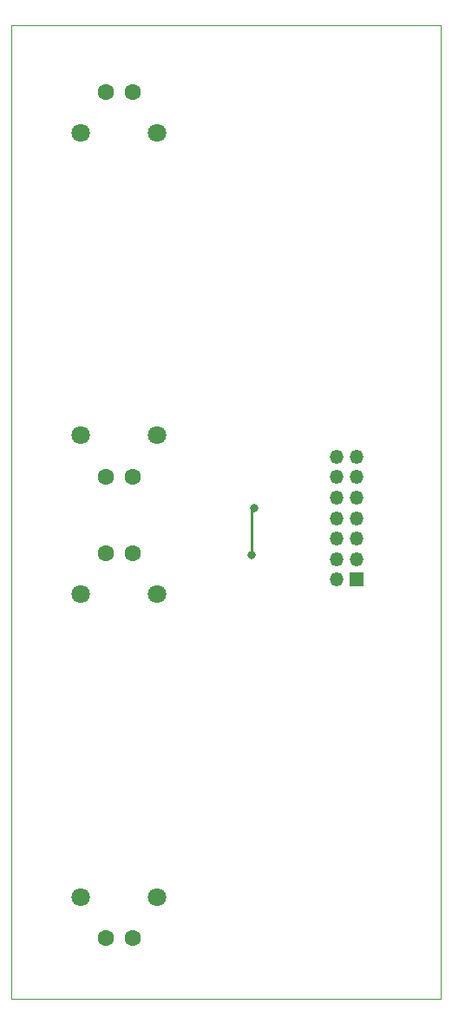
<source format=gbr>
%TF.GenerationSoftware,KiCad,Pcbnew,(6.0.6)*%
%TF.CreationDate,2023-01-26T13:55:41-05:00*%
%TF.ProjectId,TURFIO_RACK_Flex_PCB_Breakout,54555246-494f-45f5-9241-434b5f466c65,rev?*%
%TF.SameCoordinates,Original*%
%TF.FileFunction,Copper,L2,Bot*%
%TF.FilePolarity,Positive*%
%FSLAX46Y46*%
G04 Gerber Fmt 4.6, Leading zero omitted, Abs format (unit mm)*
G04 Created by KiCad (PCBNEW (6.0.6)) date 2023-01-26 13:55:41*
%MOMM*%
%LPD*%
G01*
G04 APERTURE LIST*
%TA.AperFunction,Profile*%
%ADD10C,0.100000*%
%TD*%
%TA.AperFunction,ComponentPad*%
%ADD11C,1.803400*%
%TD*%
%TA.AperFunction,ComponentPad*%
%ADD12C,1.600200*%
%TD*%
%TA.AperFunction,ComponentPad*%
%ADD13R,1.350000X1.350000*%
%TD*%
%TA.AperFunction,ComponentPad*%
%ADD14O,1.350000X1.350000*%
%TD*%
%TA.AperFunction,ViaPad*%
%ADD15C,0.800000*%
%TD*%
%TA.AperFunction,Conductor*%
%ADD16C,0.250000*%
%TD*%
G04 APERTURE END LIST*
D10*
X74510000Y-51560000D02*
X116440000Y-51560000D01*
X116440000Y-51560000D02*
X116440000Y-146520000D01*
X116440000Y-146520000D02*
X74510000Y-146520000D01*
X74510000Y-146520000D02*
X74510000Y-51560000D01*
D11*
%TO.P,J1,101,P1*%
%TO.N,unconnected-(J1-Pad101)*%
X81297153Y-62074804D03*
%TO.P,J1,102,P2*%
%TO.N,unconnected-(J1-Pad102)*%
X81297153Y-91574796D03*
%TO.P,J1,103,P3*%
%TO.N,unconnected-(J1-Pad103)*%
X88747151Y-62074804D03*
%TO.P,J1,104,P4*%
%TO.N,unconnected-(J1-Pad104)*%
X88747151Y-91574796D03*
D12*
%TO.P,J1,105,MH1*%
%TO.N,unconnected-(J1-Pad105)*%
X86322152Y-58074799D03*
%TO.P,J1,106,MH2*%
%TO.N,unconnected-(J1-Pad106)*%
X86322152Y-95574801D03*
%TO.P,J1,107,MH3*%
%TO.N,unconnected-(J1-Pad107)*%
X83722152Y-58074799D03*
%TO.P,J1,108,MH4*%
%TO.N,unconnected-(J1-Pad108)*%
X83722152Y-95574801D03*
%TD*%
D11*
%TO.P,J2,101,P1*%
%TO.N,unconnected-(J2-Pad101)*%
X81297153Y-107074804D03*
%TO.P,J2,102,P2*%
%TO.N,unconnected-(J2-Pad102)*%
X81297153Y-136574796D03*
%TO.P,J2,103,P3*%
%TO.N,GND*%
X88747151Y-107074804D03*
%TO.P,J2,104,P4*%
X88747151Y-136574796D03*
D12*
%TO.P,J2,105,MH1*%
%TO.N,unconnected-(J2-Pad105)*%
X86322152Y-103074799D03*
%TO.P,J2,106,MH2*%
%TO.N,unconnected-(J2-Pad106)*%
X86322152Y-140574801D03*
%TO.P,J2,107,MH3*%
%TO.N,unconnected-(J2-Pad107)*%
X83722152Y-103074799D03*
%TO.P,J2,108,MH4*%
%TO.N,unconnected-(J2-Pad108)*%
X83722152Y-140574801D03*
%TD*%
D13*
%TO.P,J3,1,Pin_1*%
%TO.N,GND*%
X108230000Y-105630000D03*
D14*
%TO.P,J3,2,Pin_2*%
%TO.N,unconnected-(J3-Pad2)*%
X106230000Y-105630000D03*
%TO.P,J3,3,Pin_3*%
%TO.N,GND*%
X108230000Y-103630000D03*
%TO.P,J3,4,Pin_4*%
%TO.N,/TTMS*%
X106230000Y-103630000D03*
%TO.P,J3,5,Pin_5*%
%TO.N,GND*%
X108230000Y-101630000D03*
%TO.P,J3,6,Pin_6*%
%TO.N,/TTCK*%
X106230000Y-101630000D03*
%TO.P,J3,7,Pin_7*%
%TO.N,GND*%
X108230000Y-99630000D03*
%TO.P,J3,8,Pin_8*%
%TO.N,/TTDI*%
X106230000Y-99630000D03*
%TO.P,J3,9,Pin_9*%
%TO.N,GND*%
X108230000Y-97630000D03*
%TO.P,J3,10,Pin_10*%
%TO.N,/TTDO*%
X106230000Y-97630000D03*
%TO.P,J3,11,Pin_11*%
%TO.N,GND*%
X108230000Y-95630000D03*
%TO.P,J3,12,Pin_12*%
%TO.N,unconnected-(J3-Pad12)*%
X106230000Y-95630000D03*
%TO.P,J3,13,Pin_13*%
%TO.N,GND*%
X108230000Y-93630000D03*
%TO.P,J3,14,Pin_14*%
%TO.N,/T~CTRL*%
X106230000Y-93630000D03*
%TD*%
D15*
%TO.N,/TTDO*%
X98200000Y-98620000D03*
X97950000Y-103210000D03*
%TD*%
D16*
%TO.N,/TTDO*%
X97950000Y-103210000D02*
X97950000Y-98870000D01*
X97950000Y-98870000D02*
X98200000Y-98620000D01*
%TD*%
M02*

</source>
